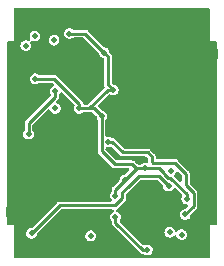
<source format=gbr>
%TF.GenerationSoftware,KiCad,Pcbnew,6.0.7-f9a2dced07~116~ubuntu20.04.1*%
%TF.CreationDate,2022-09-18T16:57:55+02:00*%
%TF.ProjectId,SRRReceiver,53525252-6563-4656-9976-65722e6b6963,rev?*%
%TF.SameCoordinates,Original*%
%TF.FileFunction,Copper,L3,Inr*%
%TF.FilePolarity,Positive*%
%FSLAX46Y46*%
G04 Gerber Fmt 4.6, Leading zero omitted, Abs format (unit mm)*
G04 Created by KiCad (PCBNEW 6.0.7-f9a2dced07~116~ubuntu20.04.1) date 2022-09-18 16:57:55*
%MOMM*%
%LPD*%
G01*
G04 APERTURE LIST*
%TA.AperFunction,ComponentPad*%
%ADD10R,0.500000X0.900000*%
%TD*%
%TA.AperFunction,ViaPad*%
%ADD11C,0.500000*%
%TD*%
%TA.AperFunction,Conductor*%
%ADD12C,0.250000*%
%TD*%
G04 APERTURE END LIST*
D10*
%TO.N,GND*%
%TO.C,AE2*%
X133000000Y-82550000D03*
%TD*%
%TO.N,GND*%
%TO.C,AE1*%
X115600000Y-95900000D03*
%TD*%
D11*
%TO.N,GND*%
X130300000Y-79250000D03*
X120300000Y-83300000D03*
X130300000Y-99300000D03*
X127100000Y-96000000D03*
X130250000Y-80400000D03*
X116500000Y-98400000D03*
X128700000Y-85700000D03*
X126850000Y-80350000D03*
X116400000Y-92600000D03*
X118874500Y-98600000D03*
X131932578Y-87123938D03*
X125100000Y-79200000D03*
X124200000Y-90700000D03*
X128750000Y-81250000D03*
X116600000Y-79200000D03*
X126300000Y-79200000D03*
X117800000Y-92000000D03*
X116400000Y-91500000D03*
X116075500Y-82700000D03*
X131800000Y-94600000D03*
X121150000Y-83300000D03*
X125650000Y-85350000D03*
X127700000Y-79200000D03*
X118000000Y-79200000D03*
X119900000Y-79200000D03*
X116500000Y-97400000D03*
X131600000Y-81500000D03*
X127850000Y-86250000D03*
X121150000Y-84200000D03*
X116600000Y-89000000D03*
X116400000Y-90400000D03*
X129968767Y-92881233D03*
X122500000Y-93900000D03*
X131800000Y-91500000D03*
X128100000Y-96000000D03*
X118600000Y-86200000D03*
X131800000Y-90400000D03*
X131650000Y-79250000D03*
X131100000Y-89300000D03*
X116300000Y-94900000D03*
X131989502Y-86000000D03*
X131650000Y-80400000D03*
X117600000Y-99400000D03*
X116500000Y-99400000D03*
X132000000Y-99200000D03*
X128850000Y-82350000D03*
X116600000Y-80200000D03*
X130900000Y-97400000D03*
X117800000Y-80000000D03*
X122200000Y-79200000D03*
X116200000Y-86850000D03*
X120900000Y-91700000D03*
X120300000Y-84200000D03*
X118750000Y-94100000D03*
X127100000Y-95100000D03*
X130300000Y-91500000D03*
X131600000Y-82550000D03*
X128050000Y-81600000D03*
X132000000Y-98100000D03*
X121700000Y-98800000D03*
X131100000Y-88100000D03*
X129100000Y-79250000D03*
X127750000Y-80350000D03*
X117050000Y-92100000D03*
X123800000Y-79200000D03*
X127100000Y-91450000D03*
X128100000Y-95100000D03*
X120700000Y-93900000D03*
X131100000Y-98600000D03*
X125200000Y-82300000D03*
X121000000Y-79600000D03*
X129100000Y-90400000D03*
X129100000Y-80350000D03*
%TO.N,SPI2_MOSI*%
X129200000Y-97600000D03*
%TO.N,SPI2_NSS*%
X129300000Y-92400000D03*
%TO.N,VDD*%
X124409502Y-85550000D03*
X125400000Y-93200000D03*
X124600000Y-96300000D03*
X123450000Y-87750000D03*
X127300000Y-99100000D03*
X127068951Y-92198355D03*
X117800000Y-84600000D03*
X130635298Y-94764702D03*
X124600000Y-94500000D03*
X121522266Y-87122266D03*
X123637500Y-82387500D03*
X122500000Y-97900000D03*
X120700000Y-80778732D03*
%TO.N,SPI2_SCK*%
X130200000Y-97800000D03*
%TO.N,SPI1_SCK*%
X117775500Y-81000000D03*
%TO.N,SPI1_MISO*%
X117000000Y-81800000D03*
%TO.N,SPI1_NSS*%
X119509436Y-87121902D03*
%TO.N,SPI2_MISO*%
X130500000Y-96100000D03*
X124000000Y-89950000D03*
%TO.N,SPI1_MOSI*%
X119400000Y-81350000D03*
%TO.N,GD0_INT_2*%
X129100000Y-93700000D03*
X117500000Y-97700000D03*
%TO.N,GD0_INT_1*%
X117236803Y-89289456D03*
X119500000Y-85650000D03*
%TD*%
D12*
%TO.N,VDD*%
X128725000Y-92638173D02*
X128725000Y-92625000D01*
X121522266Y-86722266D02*
X119400000Y-84600000D01*
X123950000Y-85090498D02*
X123950000Y-82700000D01*
X123950000Y-82700000D02*
X123637500Y-82387500D01*
X126912501Y-99100000D02*
X124600000Y-96787499D01*
X126000000Y-91850000D02*
X124536827Y-91850000D01*
X128725000Y-92625000D02*
X128298355Y-92198355D01*
X123425000Y-90738173D02*
X123425000Y-87775000D01*
X125400000Y-93200000D02*
X126401645Y-92198355D01*
X124536827Y-91850000D02*
X123425000Y-90738173D01*
X124600000Y-94500000D02*
X124600000Y-94000000D01*
X130635298Y-94764702D02*
X130635298Y-94360937D01*
X126348355Y-92198355D02*
X126000000Y-91850000D01*
X124409502Y-85550000D02*
X123950000Y-85090498D01*
X129061827Y-92975000D02*
X128725000Y-92638173D01*
X123425000Y-87775000D02*
X123450000Y-87750000D01*
X124600000Y-96787499D02*
X124600000Y-96300000D01*
X127300000Y-99100000D02*
X126912501Y-99100000D01*
X122822266Y-87122266D02*
X122377734Y-87122266D01*
X120700000Y-80778732D02*
X122028732Y-80778732D01*
X123950000Y-85550000D02*
X122377734Y-87122266D01*
X122377734Y-87122266D02*
X121522266Y-87122266D01*
X124600000Y-94000000D02*
X125400000Y-93200000D01*
X130635298Y-94360937D02*
X129249361Y-92975000D01*
X126401645Y-92198355D02*
X127068951Y-92198355D01*
X121522266Y-87122266D02*
X121522266Y-86722266D01*
X129249361Y-92975000D02*
X129061827Y-92975000D01*
X122028732Y-80778732D02*
X123637500Y-82387500D01*
X127068951Y-92198355D02*
X126348355Y-92198355D01*
X128298355Y-92198355D02*
X127068951Y-92198355D01*
X119400000Y-84600000D02*
X117800000Y-84600000D01*
X124409502Y-85550000D02*
X123950000Y-85550000D01*
X123450000Y-87750000D02*
X122822266Y-87122266D01*
%TO.N,SPI2_MISO*%
X130550000Y-93639243D02*
X131210298Y-94299541D01*
X124000000Y-89950000D02*
X124300000Y-89950000D01*
X129648355Y-91748355D02*
X130550000Y-92650000D01*
X125200000Y-90850000D02*
X127313173Y-90850000D01*
X131210298Y-94299541D02*
X131210298Y-95389702D01*
X127313173Y-90850000D02*
X127675000Y-91211827D01*
X127675000Y-91675000D02*
X127748355Y-91748355D01*
X127675000Y-91211827D02*
X127675000Y-91675000D01*
X131210298Y-95389702D02*
X130500000Y-96100000D01*
X124300000Y-89950000D02*
X125200000Y-90850000D01*
X130550000Y-92650000D02*
X130550000Y-93639243D01*
X127748355Y-91748355D02*
X129648355Y-91748355D01*
%TO.N,GD0_INT_2*%
X125975000Y-93425000D02*
X125975000Y-93438173D01*
X129100000Y-93649569D02*
X128300431Y-92850000D01*
X125625000Y-93775000D02*
X125175000Y-94225000D01*
X119861827Y-95338173D02*
X117500000Y-97700000D01*
X128300431Y-92850000D02*
X126550000Y-92850000D01*
X125175000Y-94738173D02*
X124575000Y-95338173D01*
X129100000Y-93700000D02*
X129100000Y-93649569D01*
X125638173Y-93775000D02*
X125625000Y-93775000D01*
X124575000Y-95338173D02*
X119861827Y-95338173D01*
X125975000Y-93438173D02*
X125638173Y-93775000D01*
X125175000Y-94225000D02*
X125175000Y-94738173D01*
X126550000Y-92850000D02*
X125975000Y-93425000D01*
%TO.N,GD0_INT_1*%
X117236803Y-88376370D02*
X119500000Y-86113173D01*
X119500000Y-86113173D02*
X119500000Y-85650000D01*
X117236803Y-89289456D02*
X117236803Y-88376370D01*
%TD*%
%TA.AperFunction,Conductor*%
%TO.N,GND*%
G36*
X132541121Y-78621002D02*
G01*
X132587614Y-78674658D01*
X132599000Y-78727000D01*
X132599000Y-81399802D01*
X132598918Y-81400000D01*
X132599000Y-81400198D01*
X132599235Y-81400765D01*
X132600000Y-81401082D01*
X132600198Y-81401000D01*
X133074000Y-81401000D01*
X133142121Y-81421002D01*
X133188614Y-81474658D01*
X133200000Y-81527000D01*
X133200000Y-96873000D01*
X133179998Y-96941121D01*
X133126342Y-96987614D01*
X133074000Y-96999000D01*
X132600198Y-96999000D01*
X132600000Y-96998918D01*
X132599802Y-96999000D01*
X132599235Y-96999235D01*
X132598918Y-97000000D01*
X132599000Y-97000198D01*
X132599000Y-99673000D01*
X132578998Y-99741121D01*
X132525342Y-99787614D01*
X132473000Y-99799000D01*
X127390153Y-99799000D01*
X127322032Y-99778998D01*
X127301443Y-99755237D01*
X127291797Y-99769676D01*
X127226702Y-99798017D01*
X127210990Y-99799000D01*
X116127000Y-99799000D01*
X116058879Y-99778998D01*
X116012386Y-99725342D01*
X116001000Y-99673000D01*
X116001000Y-97000198D01*
X116001082Y-97000000D01*
X116000765Y-96999235D01*
X116000198Y-96999000D01*
X116000000Y-96998918D01*
X115999802Y-96999000D01*
X115526000Y-96999000D01*
X115457879Y-96978998D01*
X115411386Y-96925342D01*
X115400000Y-96873000D01*
X115400000Y-89283896D01*
X116781704Y-89283896D01*
X116782868Y-89292798D01*
X116782868Y-89292801D01*
X116797271Y-89402945D01*
X116797272Y-89402949D01*
X116798436Y-89411850D01*
X116802053Y-89420070D01*
X116837903Y-89501545D01*
X116850408Y-89529966D01*
X116933442Y-89628747D01*
X116940919Y-89633724D01*
X117007376Y-89677961D01*
X117040863Y-89700252D01*
X117122266Y-89725684D01*
X117148202Y-89733787D01*
X117164036Y-89738734D01*
X117173006Y-89738898D01*
X117173010Y-89738899D01*
X117231745Y-89739975D01*
X117293058Y-89741099D01*
X117355308Y-89724128D01*
X117408895Y-89709518D01*
X117408896Y-89709518D01*
X117417558Y-89707156D01*
X117425208Y-89702459D01*
X117425210Y-89702458D01*
X117519875Y-89644334D01*
X117519878Y-89644331D01*
X117527527Y-89639635D01*
X117533553Y-89632978D01*
X117608103Y-89550617D01*
X117608106Y-89550613D01*
X117614125Y-89543963D01*
X117670391Y-89427831D01*
X117691800Y-89300576D01*
X117691936Y-89289456D01*
X117673642Y-89161715D01*
X117620231Y-89044244D01*
X117614372Y-89037445D01*
X117614370Y-89037441D01*
X117592850Y-89012467D01*
X117563536Y-88947805D01*
X117562303Y-88930219D01*
X117562303Y-88563386D01*
X117582305Y-88495265D01*
X117599208Y-88474291D01*
X118866922Y-87206577D01*
X118929234Y-87172551D01*
X119000049Y-87177616D01*
X119056885Y-87220163D01*
X119071346Y-87244926D01*
X119113937Y-87341721D01*
X119123041Y-87362412D01*
X119128818Y-87369285D01*
X119128819Y-87369286D01*
X119197952Y-87451530D01*
X119206075Y-87461193D01*
X119313496Y-87532698D01*
X119436669Y-87571180D01*
X119445639Y-87571344D01*
X119445643Y-87571345D01*
X119504378Y-87572421D01*
X119565691Y-87573545D01*
X119627941Y-87556573D01*
X119681528Y-87541964D01*
X119681529Y-87541964D01*
X119690191Y-87539602D01*
X119697841Y-87534905D01*
X119697843Y-87534904D01*
X119792508Y-87476780D01*
X119792511Y-87476777D01*
X119800160Y-87472081D01*
X119809686Y-87461557D01*
X119880736Y-87383063D01*
X119880739Y-87383059D01*
X119886758Y-87376409D01*
X119943024Y-87260277D01*
X119945652Y-87244660D01*
X119963626Y-87137819D01*
X119964433Y-87133022D01*
X119964569Y-87121902D01*
X119946275Y-86994161D01*
X119915640Y-86926783D01*
X119896581Y-86884864D01*
X119896579Y-86884861D01*
X119892864Y-86876690D01*
X119867061Y-86846744D01*
X119814487Y-86785728D01*
X119814485Y-86785726D01*
X119808629Y-86778930D01*
X119700342Y-86708743D01*
X119691747Y-86706173D01*
X119691746Y-86706172D01*
X119644316Y-86691987D01*
X119584782Y-86653304D01*
X119555613Y-86588577D01*
X119566069Y-86518354D01*
X119591324Y-86482175D01*
X119716215Y-86357284D01*
X119724319Y-86349857D01*
X119744749Y-86332714D01*
X119753194Y-86325628D01*
X119758707Y-86316079D01*
X119772039Y-86292988D01*
X119777945Y-86283717D01*
X119793230Y-86261888D01*
X119799554Y-86252857D01*
X119802408Y-86242207D01*
X119803885Y-86239039D01*
X119805077Y-86235763D01*
X119810588Y-86226218D01*
X119817130Y-86189115D01*
X119819509Y-86178383D01*
X119826410Y-86152629D01*
X119829264Y-86141980D01*
X119825980Y-86104445D01*
X119825500Y-86093463D01*
X119825500Y-86010315D01*
X119845502Y-85942194D01*
X119858080Y-85925765D01*
X119877322Y-85904507D01*
X119919821Y-85816790D01*
X119967524Y-85764207D01*
X120036082Y-85745762D01*
X120103730Y-85767310D01*
X120122307Y-85782633D01*
X120623390Y-86283717D01*
X121101731Y-86762058D01*
X121135757Y-86824370D01*
X121130692Y-86895186D01*
X121126694Y-86904695D01*
X121087020Y-86989198D01*
X121085640Y-86998064D01*
X121068548Y-87107833D01*
X121068548Y-87107837D01*
X121067167Y-87116706D01*
X121068331Y-87125608D01*
X121068331Y-87125611D01*
X121082734Y-87235755D01*
X121082735Y-87235759D01*
X121083899Y-87244660D01*
X121135871Y-87362776D01*
X121141648Y-87369649D01*
X121141649Y-87369650D01*
X121178783Y-87413826D01*
X121218905Y-87461557D01*
X121326326Y-87533062D01*
X121449499Y-87571544D01*
X121458469Y-87571708D01*
X121458473Y-87571709D01*
X121517208Y-87572785D01*
X121578521Y-87573909D01*
X121640771Y-87556937D01*
X121694358Y-87542328D01*
X121694359Y-87542328D01*
X121703021Y-87539966D01*
X121710671Y-87535269D01*
X121710673Y-87535268D01*
X121793078Y-87484671D01*
X121812990Y-87472445D01*
X121813593Y-87473427D01*
X121870913Y-87448698D01*
X121886210Y-87447766D01*
X122358024Y-87447766D01*
X122369006Y-87448246D01*
X122395553Y-87450569D01*
X122395555Y-87450569D01*
X122406541Y-87451530D01*
X122417194Y-87448675D01*
X122422113Y-87448245D01*
X122433095Y-87447766D01*
X122635250Y-87447766D01*
X122703371Y-87467768D01*
X122724345Y-87484671D01*
X122966237Y-87726563D01*
X123000263Y-87788875D01*
X123002077Y-87799314D01*
X123011633Y-87872394D01*
X123063605Y-87990510D01*
X123069380Y-87997380D01*
X123069383Y-87997385D01*
X123069948Y-87998057D01*
X123070298Y-87998855D01*
X123074126Y-88005005D01*
X123073239Y-88005557D01*
X123098472Y-88063071D01*
X123099500Y-88079135D01*
X123099500Y-90718463D01*
X123099020Y-90729445D01*
X123095736Y-90766980D01*
X123098590Y-90777629D01*
X123105491Y-90803383D01*
X123107870Y-90814115D01*
X123114412Y-90851218D01*
X123119923Y-90860763D01*
X123121115Y-90864039D01*
X123122592Y-90867207D01*
X123125446Y-90877857D01*
X123131770Y-90886888D01*
X123147055Y-90908717D01*
X123152961Y-90917988D01*
X123166293Y-90941079D01*
X123171806Y-90950628D01*
X123180251Y-90957714D01*
X123200682Y-90974858D01*
X123208785Y-90982284D01*
X124292716Y-92066215D01*
X124300143Y-92074319D01*
X124324372Y-92103194D01*
X124333921Y-92108707D01*
X124357012Y-92122039D01*
X124366283Y-92127945D01*
X124397143Y-92149554D01*
X124407793Y-92152408D01*
X124410961Y-92153885D01*
X124414237Y-92155077D01*
X124423782Y-92160588D01*
X124457526Y-92166538D01*
X124460885Y-92167130D01*
X124471612Y-92169508D01*
X124508020Y-92179264D01*
X124518996Y-92178304D01*
X124518999Y-92178304D01*
X124545570Y-92175979D01*
X124556551Y-92175500D01*
X125659984Y-92175500D01*
X125728105Y-92195502D01*
X125774598Y-92249158D01*
X125784702Y-92319432D01*
X125755208Y-92384012D01*
X125749079Y-92390595D01*
X125427404Y-92712270D01*
X125365092Y-92746296D01*
X125355410Y-92748009D01*
X125347207Y-92749133D01*
X125338231Y-92749078D01*
X125309162Y-92757386D01*
X125222786Y-92782072D01*
X125222784Y-92782073D01*
X125214155Y-92784539D01*
X125105019Y-92853399D01*
X125019596Y-92950122D01*
X124964754Y-93066932D01*
X124963374Y-93075798D01*
X124951166Y-93154203D01*
X124920922Y-93218435D01*
X124915761Y-93223913D01*
X124383785Y-93755889D01*
X124375681Y-93763316D01*
X124346806Y-93787545D01*
X124341293Y-93797094D01*
X124327961Y-93820185D01*
X124322055Y-93829456D01*
X124300446Y-93860316D01*
X124297592Y-93870966D01*
X124296115Y-93874134D01*
X124294923Y-93877410D01*
X124289412Y-93886955D01*
X124283983Y-93917744D01*
X124282870Y-93924058D01*
X124280492Y-93934785D01*
X124270736Y-93971193D01*
X124271697Y-93982178D01*
X124271697Y-93982180D01*
X124274020Y-94008728D01*
X124274500Y-94019710D01*
X124274500Y-94140281D01*
X124254498Y-94208402D01*
X124242942Y-94223688D01*
X124219596Y-94250122D01*
X124215782Y-94258245D01*
X124215781Y-94258247D01*
X124204763Y-94281716D01*
X124164754Y-94366932D01*
X124155626Y-94425558D01*
X124146282Y-94485567D01*
X124146282Y-94485571D01*
X124144901Y-94494440D01*
X124146065Y-94503342D01*
X124146065Y-94503345D01*
X124160468Y-94613489D01*
X124160469Y-94613493D01*
X124161633Y-94622394D01*
X124213605Y-94740510D01*
X124219382Y-94747383D01*
X124219383Y-94747384D01*
X124268317Y-94805598D01*
X124296838Y-94870613D01*
X124285682Y-94940728D01*
X124238390Y-94993680D01*
X124171866Y-95012673D01*
X119881537Y-95012673D01*
X119870555Y-95012193D01*
X119844007Y-95009870D01*
X119844005Y-95009870D01*
X119833020Y-95008909D01*
X119796612Y-95018665D01*
X119785885Y-95021043D01*
X119782526Y-95021635D01*
X119748782Y-95027585D01*
X119739237Y-95033096D01*
X119735961Y-95034288D01*
X119732793Y-95035765D01*
X119722143Y-95038619D01*
X119713112Y-95044943D01*
X119691283Y-95060228D01*
X119682012Y-95066134D01*
X119658921Y-95079466D01*
X119649372Y-95084979D01*
X119642286Y-95093424D01*
X119625142Y-95113855D01*
X119617716Y-95121958D01*
X117527404Y-97212270D01*
X117465092Y-97246296D01*
X117455410Y-97248009D01*
X117447207Y-97249133D01*
X117438231Y-97249078D01*
X117386629Y-97263826D01*
X117322786Y-97282072D01*
X117322784Y-97282073D01*
X117314155Y-97284539D01*
X117306565Y-97289328D01*
X117213600Y-97347985D01*
X117205019Y-97353399D01*
X117199076Y-97360128D01*
X117199075Y-97360129D01*
X117171174Y-97391721D01*
X117119596Y-97450122D01*
X117115782Y-97458245D01*
X117115781Y-97458247D01*
X117101189Y-97489328D01*
X117064754Y-97566932D01*
X117057874Y-97611120D01*
X117046282Y-97685567D01*
X117046282Y-97685571D01*
X117044901Y-97694440D01*
X117046065Y-97703342D01*
X117046065Y-97703345D01*
X117060468Y-97813489D01*
X117060469Y-97813493D01*
X117061633Y-97822394D01*
X117113605Y-97940510D01*
X117119382Y-97947383D01*
X117119383Y-97947384D01*
X117188431Y-98029526D01*
X117196639Y-98039291D01*
X117304060Y-98110796D01*
X117372858Y-98132290D01*
X117418124Y-98146432D01*
X117427233Y-98149278D01*
X117436203Y-98149442D01*
X117436207Y-98149443D01*
X117494942Y-98150519D01*
X117556255Y-98151643D01*
X117627240Y-98132290D01*
X117672092Y-98120062D01*
X117672093Y-98120062D01*
X117680755Y-98117700D01*
X117688405Y-98113003D01*
X117688407Y-98113002D01*
X117783072Y-98054878D01*
X117783075Y-98054875D01*
X117790724Y-98050179D01*
X117799476Y-98040510D01*
X117871300Y-97961161D01*
X117871303Y-97961157D01*
X117877322Y-97954507D01*
X117906424Y-97894440D01*
X122044901Y-97894440D01*
X122046065Y-97903342D01*
X122046065Y-97903345D01*
X122060468Y-98013489D01*
X122060469Y-98013493D01*
X122061633Y-98022394D01*
X122073535Y-98049443D01*
X122101709Y-98113473D01*
X122113605Y-98140510D01*
X122119382Y-98147383D01*
X122119383Y-98147384D01*
X122172686Y-98210796D01*
X122196639Y-98239291D01*
X122304060Y-98310796D01*
X122427233Y-98349278D01*
X122436203Y-98349442D01*
X122436207Y-98349443D01*
X122494942Y-98350519D01*
X122556255Y-98351643D01*
X122618505Y-98334671D01*
X122672092Y-98320062D01*
X122672093Y-98320062D01*
X122680755Y-98317700D01*
X122688405Y-98313003D01*
X122688407Y-98313002D01*
X122783072Y-98254878D01*
X122783075Y-98254875D01*
X122790724Y-98250179D01*
X122796750Y-98243522D01*
X122871300Y-98161161D01*
X122871303Y-98161157D01*
X122877322Y-98154507D01*
X122933588Y-98038375D01*
X122937067Y-98017700D01*
X122954190Y-97915917D01*
X122954997Y-97911120D01*
X122955133Y-97900000D01*
X122944019Y-97822394D01*
X122938112Y-97781145D01*
X122938111Y-97781142D01*
X122936839Y-97772259D01*
X122901457Y-97694440D01*
X122887145Y-97662962D01*
X122887143Y-97662959D01*
X122883428Y-97654788D01*
X122857625Y-97624842D01*
X122805051Y-97563826D01*
X122805049Y-97563824D01*
X122799193Y-97557028D01*
X122690906Y-97486841D01*
X122682311Y-97484271D01*
X122682310Y-97484270D01*
X122575874Y-97452438D01*
X122575872Y-97452438D01*
X122567273Y-97449866D01*
X122558298Y-97449811D01*
X122558297Y-97449811D01*
X122503641Y-97449477D01*
X122438231Y-97449078D01*
X122376193Y-97466808D01*
X122322786Y-97482072D01*
X122322784Y-97482073D01*
X122314155Y-97484539D01*
X122306565Y-97489328D01*
X122213600Y-97547985D01*
X122205019Y-97553399D01*
X122119596Y-97650122D01*
X122115782Y-97658245D01*
X122115781Y-97658247D01*
X122098789Y-97694440D01*
X122064754Y-97766932D01*
X122058849Y-97804859D01*
X122046282Y-97885567D01*
X122046282Y-97885571D01*
X122044901Y-97894440D01*
X117906424Y-97894440D01*
X117933588Y-97838375D01*
X117940980Y-97794440D01*
X117949487Y-97743871D01*
X117984646Y-97675680D01*
X119959748Y-95700578D01*
X120022060Y-95666552D01*
X120048843Y-95663673D01*
X124328382Y-95663673D01*
X124396503Y-95683675D01*
X124442996Y-95737331D01*
X124453100Y-95807605D01*
X124423606Y-95872185D01*
X124395618Y-95896235D01*
X124305019Y-95953399D01*
X124219596Y-96050122D01*
X124215782Y-96058245D01*
X124215781Y-96058247D01*
X124198789Y-96094440D01*
X124164754Y-96166932D01*
X124163374Y-96175798D01*
X124146282Y-96285567D01*
X124146282Y-96285571D01*
X124144901Y-96294440D01*
X124146065Y-96303342D01*
X124146065Y-96303345D01*
X124160468Y-96413489D01*
X124160469Y-96413493D01*
X124161633Y-96422394D01*
X124213605Y-96540510D01*
X124219380Y-96547380D01*
X124219383Y-96547385D01*
X124244950Y-96577800D01*
X124273472Y-96642815D01*
X124274500Y-96658876D01*
X124274500Y-96767789D01*
X124274020Y-96778771D01*
X124270736Y-96816306D01*
X124273590Y-96826955D01*
X124280491Y-96852709D01*
X124282870Y-96863441D01*
X124289412Y-96900544D01*
X124294923Y-96910089D01*
X124296115Y-96913365D01*
X124297592Y-96916533D01*
X124300446Y-96927183D01*
X124306770Y-96936214D01*
X124322055Y-96958043D01*
X124327961Y-96967314D01*
X124334707Y-96978998D01*
X124346806Y-96999954D01*
X124370584Y-97019906D01*
X124375682Y-97024184D01*
X124383785Y-97031610D01*
X126668396Y-99316222D01*
X126675822Y-99324325D01*
X126700046Y-99353194D01*
X126709589Y-99358704D01*
X126709593Y-99358707D01*
X126732680Y-99372036D01*
X126741949Y-99377940D01*
X126772817Y-99399554D01*
X126783465Y-99402407D01*
X126786636Y-99403886D01*
X126789912Y-99405078D01*
X126799456Y-99410588D01*
X126836577Y-99417134D01*
X126847284Y-99419508D01*
X126883694Y-99429263D01*
X126894669Y-99428303D01*
X126894671Y-99428303D01*
X126921232Y-99425979D01*
X126932213Y-99425500D01*
X126937820Y-99425500D01*
X127007639Y-99446613D01*
X127104060Y-99510796D01*
X127227233Y-99549278D01*
X127232720Y-99549379D01*
X127295182Y-99579257D01*
X127300108Y-99587230D01*
X127357011Y-99551437D01*
X127472092Y-99520062D01*
X127472093Y-99520062D01*
X127480755Y-99517700D01*
X127488405Y-99513003D01*
X127488407Y-99513002D01*
X127583072Y-99454878D01*
X127583075Y-99454875D01*
X127590724Y-99450179D01*
X127596750Y-99443522D01*
X127671300Y-99361161D01*
X127671303Y-99361157D01*
X127677322Y-99354507D01*
X127733588Y-99238375D01*
X127754997Y-99111120D01*
X127755133Y-99100000D01*
X127736839Y-98972259D01*
X127683428Y-98854788D01*
X127599193Y-98757028D01*
X127490906Y-98686841D01*
X127482311Y-98684271D01*
X127482310Y-98684270D01*
X127375874Y-98652438D01*
X127375872Y-98652438D01*
X127367273Y-98649866D01*
X127358298Y-98649811D01*
X127358297Y-98649811D01*
X127303641Y-98649477D01*
X127238231Y-98649078D01*
X127114155Y-98684539D01*
X127106566Y-98689327D01*
X127106562Y-98689329D01*
X127103159Y-98691476D01*
X127099321Y-98692568D01*
X127098369Y-98692994D01*
X127098307Y-98692857D01*
X127034873Y-98710907D01*
X126966922Y-98690334D01*
X126946834Y-98674006D01*
X125867267Y-97594440D01*
X128744901Y-97594440D01*
X128746065Y-97603342D01*
X128746065Y-97603345D01*
X128760468Y-97713489D01*
X128760469Y-97713493D01*
X128761633Y-97722394D01*
X128765250Y-97730614D01*
X128801716Y-97813489D01*
X128813605Y-97840510D01*
X128819382Y-97847383D01*
X128819383Y-97847384D01*
X128882879Y-97922922D01*
X128896639Y-97939291D01*
X129004060Y-98010796D01*
X129072858Y-98032290D01*
X129118124Y-98046432D01*
X129127233Y-98049278D01*
X129136203Y-98049442D01*
X129136207Y-98049443D01*
X129194942Y-98050519D01*
X129256255Y-98051643D01*
X129363538Y-98022394D01*
X129372092Y-98020062D01*
X129372093Y-98020062D01*
X129380755Y-98017700D01*
X129388405Y-98013003D01*
X129388407Y-98013002D01*
X129483072Y-97954878D01*
X129483075Y-97954875D01*
X129490724Y-97950179D01*
X129551379Y-97883168D01*
X129611920Y-97846089D01*
X129682900Y-97847626D01*
X129741781Y-97887294D01*
X129760434Y-97922922D01*
X129761633Y-97922394D01*
X129801716Y-98013489D01*
X129813605Y-98040510D01*
X129819382Y-98047383D01*
X129819383Y-98047384D01*
X129872686Y-98110796D01*
X129896639Y-98139291D01*
X130004060Y-98210796D01*
X130127233Y-98249278D01*
X130136203Y-98249442D01*
X130136207Y-98249443D01*
X130194942Y-98250519D01*
X130256255Y-98251643D01*
X130326782Y-98232415D01*
X130372092Y-98220062D01*
X130372093Y-98220062D01*
X130380755Y-98217700D01*
X130388405Y-98213003D01*
X130388407Y-98213002D01*
X130483072Y-98154878D01*
X130483075Y-98154875D01*
X130490724Y-98150179D01*
X130499476Y-98140510D01*
X130571300Y-98061161D01*
X130571303Y-98061157D01*
X130577322Y-98054507D01*
X130633588Y-97938375D01*
X130637367Y-97915917D01*
X130654190Y-97815917D01*
X130654997Y-97811120D01*
X130655133Y-97800000D01*
X130642744Y-97713489D01*
X130638112Y-97681145D01*
X130638111Y-97681142D01*
X130636839Y-97672259D01*
X130630468Y-97658247D01*
X130587145Y-97562962D01*
X130587143Y-97562959D01*
X130583428Y-97554788D01*
X130548529Y-97514286D01*
X130505051Y-97463826D01*
X130505049Y-97463824D01*
X130499193Y-97457028D01*
X130390906Y-97386841D01*
X130382311Y-97384271D01*
X130382310Y-97384270D01*
X130275874Y-97352438D01*
X130275872Y-97352438D01*
X130267273Y-97349866D01*
X130258298Y-97349811D01*
X130258297Y-97349811D01*
X130203641Y-97349477D01*
X130138231Y-97349078D01*
X130089652Y-97362962D01*
X130022786Y-97382072D01*
X130022784Y-97382073D01*
X130014155Y-97384539D01*
X129905019Y-97453399D01*
X129885237Y-97475798D01*
X129849656Y-97516085D01*
X129789570Y-97553903D01*
X129718576Y-97553232D01*
X129659215Y-97514286D01*
X129636942Y-97472978D01*
X129636839Y-97472259D01*
X129603985Y-97400000D01*
X129587145Y-97362962D01*
X129587143Y-97362959D01*
X129583428Y-97354788D01*
X129557625Y-97324842D01*
X129505051Y-97263826D01*
X129505049Y-97263824D01*
X129499193Y-97257028D01*
X129390906Y-97186841D01*
X129382311Y-97184271D01*
X129382310Y-97184270D01*
X129275874Y-97152438D01*
X129275872Y-97152438D01*
X129267273Y-97149866D01*
X129258298Y-97149811D01*
X129258297Y-97149811D01*
X129203641Y-97149477D01*
X129138231Y-97149078D01*
X129126475Y-97152438D01*
X129022786Y-97182072D01*
X129022784Y-97182073D01*
X129014155Y-97184539D01*
X129006565Y-97189328D01*
X128913562Y-97248009D01*
X128905019Y-97253399D01*
X128899076Y-97260128D01*
X128899075Y-97260129D01*
X128831351Y-97336812D01*
X128819596Y-97350122D01*
X128815782Y-97358245D01*
X128815781Y-97358247D01*
X128801189Y-97389328D01*
X128764754Y-97466932D01*
X128757381Y-97514286D01*
X128746282Y-97585567D01*
X128746282Y-97585571D01*
X128744901Y-97594440D01*
X125867267Y-97594440D01*
X124989433Y-96716606D01*
X124955408Y-96654294D01*
X124960472Y-96583479D01*
X124972822Y-96559479D01*
X124977322Y-96554507D01*
X125033588Y-96438375D01*
X125054997Y-96311120D01*
X125055133Y-96300000D01*
X125036839Y-96172259D01*
X125001457Y-96094440D01*
X124987145Y-96062962D01*
X124987143Y-96062959D01*
X124983428Y-96054788D01*
X124957625Y-96024842D01*
X124905051Y-95963826D01*
X124905049Y-95963824D01*
X124899193Y-95957028D01*
X124790906Y-95886841D01*
X124782311Y-95884271D01*
X124782310Y-95884270D01*
X124733598Y-95869702D01*
X124674065Y-95831020D01*
X124644895Y-95766293D01*
X124655351Y-95696070D01*
X124702111Y-95642648D01*
X124707654Y-95639611D01*
X124714684Y-95637727D01*
X124745544Y-95616118D01*
X124754815Y-95610212D01*
X124777906Y-95596880D01*
X124787455Y-95591367D01*
X124811685Y-95562490D01*
X124819111Y-95554388D01*
X125391215Y-94982284D01*
X125399319Y-94974857D01*
X125419749Y-94957714D01*
X125428194Y-94950628D01*
X125433910Y-94940728D01*
X125447039Y-94917988D01*
X125452945Y-94908717D01*
X125474554Y-94877857D01*
X125477408Y-94867206D01*
X125478888Y-94864033D01*
X125480079Y-94860761D01*
X125485588Y-94851218D01*
X125492134Y-94814097D01*
X125494508Y-94803390D01*
X125504263Y-94766980D01*
X125500979Y-94729442D01*
X125500500Y-94718461D01*
X125500500Y-94412016D01*
X125520502Y-94343895D01*
X125537405Y-94322921D01*
X125795135Y-94065191D01*
X125821231Y-94045166D01*
X125841081Y-94033706D01*
X125841082Y-94033705D01*
X125850628Y-94028194D01*
X125874852Y-93999325D01*
X125882279Y-93991220D01*
X126191228Y-93682272D01*
X126199332Y-93674846D01*
X126219750Y-93657713D01*
X126228194Y-93650628D01*
X126245169Y-93621227D01*
X126265193Y-93595133D01*
X126647921Y-93212405D01*
X126710233Y-93178379D01*
X126737016Y-93175500D01*
X128113414Y-93175500D01*
X128181535Y-93195502D01*
X128202510Y-93212405D01*
X128609094Y-93618990D01*
X128643119Y-93681302D01*
X128644456Y-93694498D01*
X128644901Y-93694440D01*
X128660468Y-93813489D01*
X128660469Y-93813493D01*
X128661633Y-93822394D01*
X128665250Y-93830614D01*
X128708750Y-93929475D01*
X128713605Y-93940510D01*
X128719382Y-93947383D01*
X128719383Y-93947384D01*
X128780179Y-94019710D01*
X128796639Y-94039291D01*
X128904060Y-94110796D01*
X129027233Y-94149278D01*
X129036203Y-94149442D01*
X129036207Y-94149443D01*
X129094942Y-94150519D01*
X129156255Y-94151643D01*
X129239330Y-94128994D01*
X129272092Y-94120062D01*
X129272093Y-94120062D01*
X129280755Y-94117700D01*
X129288405Y-94113003D01*
X129288407Y-94113002D01*
X129383072Y-94054878D01*
X129383075Y-94054875D01*
X129390724Y-94050179D01*
X129396750Y-94043522D01*
X129471300Y-93961161D01*
X129471303Y-93961157D01*
X129477322Y-93954507D01*
X129495134Y-93917742D01*
X129542835Y-93865160D01*
X129611393Y-93846714D01*
X129679041Y-93868261D01*
X129697621Y-93883586D01*
X130215966Y-94401931D01*
X130249992Y-94464243D01*
X130244927Y-94535058D01*
X130240926Y-94544575D01*
X130200052Y-94631634D01*
X130198672Y-94640500D01*
X130181580Y-94750269D01*
X130181580Y-94750273D01*
X130180199Y-94759142D01*
X130181363Y-94768044D01*
X130181363Y-94768047D01*
X130195766Y-94878191D01*
X130195767Y-94878195D01*
X130196931Y-94887096D01*
X130207359Y-94910796D01*
X130235547Y-94974857D01*
X130248903Y-95005212D01*
X130254680Y-95012085D01*
X130254681Y-95012086D01*
X130276984Y-95038619D01*
X130331937Y-95103993D01*
X130439358Y-95175498D01*
X130562531Y-95213980D01*
X130622732Y-95215083D01*
X130690473Y-95236330D01*
X130735975Y-95290828D01*
X130744790Y-95361275D01*
X130709517Y-95430157D01*
X130527404Y-95612270D01*
X130465092Y-95646296D01*
X130455410Y-95648009D01*
X130447207Y-95649133D01*
X130438231Y-95649078D01*
X130413109Y-95656258D01*
X130322786Y-95682072D01*
X130322784Y-95682073D01*
X130314155Y-95684539D01*
X130205019Y-95753399D01*
X130119596Y-95850122D01*
X130115782Y-95858245D01*
X130115781Y-95858247D01*
X130100065Y-95891721D01*
X130064754Y-95966932D01*
X130063374Y-95975798D01*
X130046282Y-96085567D01*
X130046282Y-96085571D01*
X130044901Y-96094440D01*
X130046065Y-96103342D01*
X130046065Y-96103345D01*
X130060468Y-96213489D01*
X130060469Y-96213493D01*
X130061633Y-96222394D01*
X130113605Y-96340510D01*
X130119382Y-96347383D01*
X130119383Y-96347384D01*
X130188431Y-96429526D01*
X130196639Y-96439291D01*
X130304060Y-96510796D01*
X130392938Y-96538564D01*
X130418114Y-96546429D01*
X130427233Y-96549278D01*
X130436203Y-96549442D01*
X130436207Y-96549443D01*
X130494942Y-96550519D01*
X130556255Y-96551643D01*
X130627233Y-96532292D01*
X130672092Y-96520062D01*
X130672093Y-96520062D01*
X130680755Y-96517700D01*
X130688405Y-96513003D01*
X130688407Y-96513002D01*
X130783072Y-96454878D01*
X130783075Y-96454875D01*
X130790724Y-96450179D01*
X130796750Y-96443522D01*
X130871300Y-96361161D01*
X130871303Y-96361157D01*
X130877322Y-96354507D01*
X130933588Y-96238375D01*
X130949487Y-96143871D01*
X130984646Y-96075680D01*
X131426513Y-95633813D01*
X131434617Y-95626386D01*
X131455047Y-95609243D01*
X131463492Y-95602157D01*
X131469005Y-95592608D01*
X131482337Y-95569517D01*
X131488243Y-95560246D01*
X131503528Y-95538417D01*
X131509852Y-95529386D01*
X131512706Y-95518736D01*
X131514183Y-95515568D01*
X131515375Y-95512292D01*
X131520886Y-95502747D01*
X131527428Y-95465644D01*
X131529807Y-95454912D01*
X131539562Y-95418509D01*
X131536278Y-95380974D01*
X131535798Y-95369992D01*
X131535798Y-94319251D01*
X131536278Y-94308269D01*
X131538601Y-94281716D01*
X131538601Y-94281711D01*
X131539561Y-94270734D01*
X131529810Y-94234344D01*
X131527430Y-94223610D01*
X131522800Y-94197353D01*
X131520886Y-94186496D01*
X131515374Y-94176948D01*
X131514181Y-94173671D01*
X131512704Y-94170503D01*
X131509851Y-94159857D01*
X131488240Y-94128993D01*
X131482336Y-94119725D01*
X131481167Y-94117700D01*
X131463492Y-94087086D01*
X131434628Y-94062866D01*
X131426525Y-94055441D01*
X131184573Y-93813489D01*
X130912405Y-93541322D01*
X130878380Y-93479009D01*
X130875500Y-93452226D01*
X130875500Y-92669710D01*
X130875980Y-92658728D01*
X130878303Y-92632180D01*
X130878303Y-92632178D01*
X130879264Y-92621193D01*
X130869508Y-92584785D01*
X130867130Y-92574058D01*
X130866538Y-92570699D01*
X130860588Y-92536955D01*
X130855077Y-92527410D01*
X130853885Y-92524134D01*
X130852408Y-92520966D01*
X130849554Y-92510316D01*
X130827945Y-92479456D01*
X130822039Y-92470185D01*
X130808707Y-92447094D01*
X130803194Y-92437545D01*
X130774317Y-92413315D01*
X130766215Y-92405889D01*
X129892466Y-91532140D01*
X129885039Y-91524036D01*
X129879596Y-91517550D01*
X129860810Y-91495161D01*
X129847705Y-91487595D01*
X129828170Y-91476316D01*
X129818899Y-91470410D01*
X129797070Y-91455125D01*
X129788039Y-91448801D01*
X129777389Y-91445947D01*
X129774221Y-91444470D01*
X129770945Y-91443278D01*
X129761400Y-91437767D01*
X129727656Y-91431817D01*
X129724297Y-91431225D01*
X129713570Y-91428847D01*
X129677162Y-91419091D01*
X129666177Y-91420052D01*
X129666175Y-91420052D01*
X129639627Y-91422375D01*
X129628645Y-91422855D01*
X128126500Y-91422855D01*
X128058379Y-91402853D01*
X128011886Y-91349197D01*
X128000500Y-91296855D01*
X128000500Y-91231537D01*
X128000980Y-91220555D01*
X128003303Y-91194007D01*
X128003303Y-91194005D01*
X128004264Y-91183020D01*
X127994508Y-91146612D01*
X127992130Y-91135885D01*
X127989688Y-91122036D01*
X127985588Y-91098782D01*
X127980077Y-91089237D01*
X127978885Y-91085961D01*
X127977408Y-91082793D01*
X127974554Y-91072143D01*
X127952945Y-91041283D01*
X127947039Y-91032012D01*
X127933707Y-91008921D01*
X127928194Y-90999372D01*
X127899317Y-90975142D01*
X127891215Y-90967716D01*
X127557284Y-90633785D01*
X127549857Y-90625681D01*
X127532714Y-90605251D01*
X127532715Y-90605251D01*
X127525628Y-90596806D01*
X127516079Y-90591293D01*
X127492988Y-90577961D01*
X127483717Y-90572055D01*
X127461888Y-90556770D01*
X127452857Y-90550446D01*
X127442207Y-90547592D01*
X127439039Y-90546115D01*
X127435763Y-90544923D01*
X127426218Y-90539412D01*
X127392474Y-90533462D01*
X127389115Y-90532870D01*
X127378388Y-90530492D01*
X127341980Y-90520736D01*
X127330995Y-90521697D01*
X127330993Y-90521697D01*
X127304445Y-90524020D01*
X127293463Y-90524500D01*
X125387017Y-90524500D01*
X125318896Y-90504498D01*
X125297922Y-90487595D01*
X124544114Y-89733787D01*
X124536688Y-89725684D01*
X124519540Y-89705249D01*
X124519539Y-89705248D01*
X124512455Y-89696806D01*
X124502911Y-89691296D01*
X124502910Y-89691295D01*
X124479815Y-89677961D01*
X124470544Y-89672055D01*
X124448715Y-89656770D01*
X124439684Y-89650446D01*
X124429034Y-89647592D01*
X124425866Y-89646115D01*
X124422590Y-89644923D01*
X124413045Y-89639412D01*
X124376554Y-89632978D01*
X124375942Y-89632870D01*
X124365211Y-89630491D01*
X124363822Y-89630119D01*
X124333596Y-89622019D01*
X124297679Y-89606047D01*
X124249319Y-89574702D01*
X124190906Y-89536841D01*
X124182311Y-89534271D01*
X124182310Y-89534270D01*
X124075874Y-89502438D01*
X124075872Y-89502438D01*
X124067273Y-89499866D01*
X124058298Y-89499811D01*
X124058297Y-89499811D01*
X124003641Y-89499477D01*
X123938231Y-89499078D01*
X123911125Y-89506825D01*
X123840130Y-89506313D01*
X123780683Y-89467499D01*
X123751656Y-89402707D01*
X123750500Y-89385676D01*
X123750500Y-88137934D01*
X123770502Y-88069813D01*
X123783078Y-88053388D01*
X123827322Y-88004507D01*
X123883588Y-87888375D01*
X123904997Y-87761120D01*
X123905133Y-87750000D01*
X123886839Y-87622259D01*
X123864856Y-87573909D01*
X123837145Y-87512962D01*
X123837143Y-87512959D01*
X123833428Y-87504788D01*
X123749193Y-87407028D01*
X123640906Y-87336841D01*
X123632311Y-87334271D01*
X123632310Y-87334270D01*
X123525874Y-87302438D01*
X123525872Y-87302438D01*
X123517273Y-87299866D01*
X123508297Y-87299811D01*
X123499417Y-87298484D01*
X123499747Y-87296279D01*
X123443578Y-87279410D01*
X123423254Y-87262928D01*
X123149421Y-86989095D01*
X123115395Y-86926783D01*
X123120460Y-86855968D01*
X123149421Y-86810905D01*
X124012076Y-85948250D01*
X124074388Y-85914224D01*
X124145203Y-85919289D01*
X124170988Y-85932456D01*
X124213562Y-85960796D01*
X124336735Y-85999278D01*
X124345705Y-85999442D01*
X124345709Y-85999443D01*
X124404444Y-86000519D01*
X124465757Y-86001643D01*
X124551205Y-85978347D01*
X124581594Y-85970062D01*
X124581595Y-85970062D01*
X124590257Y-85967700D01*
X124597907Y-85963003D01*
X124597909Y-85963002D01*
X124692574Y-85904878D01*
X124692577Y-85904875D01*
X124700226Y-85900179D01*
X124708978Y-85890510D01*
X124780802Y-85811161D01*
X124780805Y-85811157D01*
X124786824Y-85804507D01*
X124843090Y-85688375D01*
X124847676Y-85661120D01*
X124863692Y-85565917D01*
X124864499Y-85561120D01*
X124864635Y-85550000D01*
X124846341Y-85422259D01*
X124836276Y-85400122D01*
X124796647Y-85312962D01*
X124796645Y-85312959D01*
X124792930Y-85304788D01*
X124728646Y-85230182D01*
X124714553Y-85213826D01*
X124714551Y-85213824D01*
X124708695Y-85207028D01*
X124600408Y-85136841D01*
X124591813Y-85134271D01*
X124591812Y-85134270D01*
X124485376Y-85102438D01*
X124485374Y-85102438D01*
X124476775Y-85099866D01*
X124467799Y-85099811D01*
X124458919Y-85098484D01*
X124459249Y-85096279D01*
X124403080Y-85079410D01*
X124382756Y-85062928D01*
X124312405Y-84992577D01*
X124278379Y-84930265D01*
X124275500Y-84903482D01*
X124275500Y-82719710D01*
X124275980Y-82708728D01*
X124278303Y-82682180D01*
X124278303Y-82682178D01*
X124279264Y-82671193D01*
X124269508Y-82634785D01*
X124267130Y-82624058D01*
X124266377Y-82619790D01*
X124260588Y-82586955D01*
X124255077Y-82577410D01*
X124253885Y-82574134D01*
X124252408Y-82570966D01*
X124249554Y-82560316D01*
X124227945Y-82529456D01*
X124222039Y-82520185D01*
X124208707Y-82497094D01*
X124203194Y-82487545D01*
X124174317Y-82463315D01*
X124166215Y-82455889D01*
X124121446Y-82411120D01*
X124087420Y-82348808D01*
X124085814Y-82339887D01*
X124075612Y-82268645D01*
X124075611Y-82268642D01*
X124074339Y-82259759D01*
X124069574Y-82249278D01*
X124024645Y-82150462D01*
X124024643Y-82150459D01*
X124020928Y-82142288D01*
X123951025Y-82061161D01*
X123942551Y-82051326D01*
X123942549Y-82051324D01*
X123936693Y-82044528D01*
X123828406Y-81974341D01*
X123819811Y-81971771D01*
X123819810Y-81971770D01*
X123713374Y-81939938D01*
X123713372Y-81939938D01*
X123704773Y-81937366D01*
X123695797Y-81937311D01*
X123686917Y-81935984D01*
X123687247Y-81933779D01*
X123631078Y-81916910D01*
X123610754Y-81900428D01*
X122272843Y-80562517D01*
X122265416Y-80554413D01*
X122248273Y-80533983D01*
X122248274Y-80533983D01*
X122241187Y-80525538D01*
X122231638Y-80520025D01*
X122208547Y-80506693D01*
X122199276Y-80500787D01*
X122177447Y-80485502D01*
X122168416Y-80479178D01*
X122157766Y-80476324D01*
X122154598Y-80474847D01*
X122151322Y-80473655D01*
X122141777Y-80468144D01*
X122108033Y-80462194D01*
X122104674Y-80461602D01*
X122093947Y-80459224D01*
X122057539Y-80449468D01*
X122046554Y-80450429D01*
X122046552Y-80450429D01*
X122020004Y-80452752D01*
X122009022Y-80453232D01*
X121063413Y-80453232D01*
X120994882Y-80432965D01*
X120898438Y-80370454D01*
X120898433Y-80370452D01*
X120890906Y-80365573D01*
X120882311Y-80363003D01*
X120882310Y-80363002D01*
X120775874Y-80331170D01*
X120775872Y-80331170D01*
X120767273Y-80328598D01*
X120758298Y-80328543D01*
X120758297Y-80328543D01*
X120703641Y-80328209D01*
X120638231Y-80327810D01*
X120626475Y-80331170D01*
X120522786Y-80360804D01*
X120522784Y-80360805D01*
X120514155Y-80363271D01*
X120405019Y-80432131D01*
X120319596Y-80528854D01*
X120315782Y-80536977D01*
X120315781Y-80536979D01*
X120308523Y-80552438D01*
X120264754Y-80645664D01*
X120255626Y-80704290D01*
X120246282Y-80764299D01*
X120246282Y-80764303D01*
X120244901Y-80773172D01*
X120246065Y-80782074D01*
X120246065Y-80782077D01*
X120260468Y-80892221D01*
X120260469Y-80892225D01*
X120261633Y-80901126D01*
X120276217Y-80934270D01*
X120306084Y-81002148D01*
X120313605Y-81019242D01*
X120396639Y-81118023D01*
X120504060Y-81189528D01*
X120627233Y-81228010D01*
X120636203Y-81228174D01*
X120636207Y-81228175D01*
X120694942Y-81229251D01*
X120756255Y-81230375D01*
X120867668Y-81200000D01*
X120872092Y-81198794D01*
X120872093Y-81198794D01*
X120880755Y-81196432D01*
X120888405Y-81191735D01*
X120888407Y-81191734D01*
X120975310Y-81138375D01*
X120990724Y-81128911D01*
X120991327Y-81129893D01*
X121048647Y-81105164D01*
X121063944Y-81104232D01*
X121841716Y-81104232D01*
X121909837Y-81124234D01*
X121930811Y-81141137D01*
X123153737Y-82364063D01*
X123187763Y-82426375D01*
X123189577Y-82436814D01*
X123199133Y-82509894D01*
X123251105Y-82628010D01*
X123256882Y-82634883D01*
X123256883Y-82634884D01*
X123318955Y-82708728D01*
X123334139Y-82726791D01*
X123441560Y-82798296D01*
X123536075Y-82827825D01*
X123595130Y-82867230D01*
X123623508Y-82932309D01*
X123624500Y-82948091D01*
X123624500Y-85070788D01*
X123624020Y-85081770D01*
X123622558Y-85098484D01*
X123620736Y-85119305D01*
X123625435Y-85136841D01*
X123630491Y-85155708D01*
X123632870Y-85166440D01*
X123639412Y-85203543D01*
X123644923Y-85213088D01*
X123646115Y-85216364D01*
X123647592Y-85219532D01*
X123650446Y-85230182D01*
X123656770Y-85239214D01*
X123661429Y-85249204D01*
X123659658Y-85250030D01*
X123677993Y-85304396D01*
X123660708Y-85373256D01*
X123641187Y-85398487D01*
X122279813Y-86759861D01*
X122217501Y-86793887D01*
X122190718Y-86796766D01*
X121974104Y-86796766D01*
X121905983Y-86776764D01*
X121859490Y-86723108D01*
X121851662Y-86693425D01*
X121851529Y-86693461D01*
X121851529Y-86693459D01*
X121841774Y-86657049D01*
X121839399Y-86646338D01*
X121834767Y-86620072D01*
X121832854Y-86609221D01*
X121827344Y-86599677D01*
X121826152Y-86596401D01*
X121824673Y-86593230D01*
X121821820Y-86582582D01*
X121800206Y-86551714D01*
X121794302Y-86542445D01*
X121780973Y-86519358D01*
X121780970Y-86519354D01*
X121775460Y-86509811D01*
X121746589Y-86485586D01*
X121738484Y-86478158D01*
X119644111Y-84383785D01*
X119636684Y-84375681D01*
X119619541Y-84355251D01*
X119619542Y-84355251D01*
X119612455Y-84346806D01*
X119602906Y-84341293D01*
X119579815Y-84327961D01*
X119570544Y-84322055D01*
X119548715Y-84306770D01*
X119539684Y-84300446D01*
X119529034Y-84297592D01*
X119525866Y-84296115D01*
X119522590Y-84294923D01*
X119513045Y-84289412D01*
X119479301Y-84283462D01*
X119475942Y-84282870D01*
X119465215Y-84280492D01*
X119428807Y-84270736D01*
X119417822Y-84271697D01*
X119417820Y-84271697D01*
X119391272Y-84274020D01*
X119380290Y-84274500D01*
X118163413Y-84274500D01*
X118094882Y-84254233D01*
X117998438Y-84191722D01*
X117998433Y-84191720D01*
X117990906Y-84186841D01*
X117982311Y-84184271D01*
X117982310Y-84184270D01*
X117875874Y-84152438D01*
X117875872Y-84152438D01*
X117867273Y-84149866D01*
X117858298Y-84149811D01*
X117858297Y-84149811D01*
X117803641Y-84149477D01*
X117738231Y-84149078D01*
X117726475Y-84152438D01*
X117622786Y-84182072D01*
X117622784Y-84182073D01*
X117614155Y-84184539D01*
X117505019Y-84253399D01*
X117419596Y-84350122D01*
X117364754Y-84466932D01*
X117363374Y-84475798D01*
X117346282Y-84585567D01*
X117346282Y-84585571D01*
X117344901Y-84594440D01*
X117346065Y-84603342D01*
X117346065Y-84603345D01*
X117360468Y-84713489D01*
X117360469Y-84713493D01*
X117361633Y-84722394D01*
X117413605Y-84840510D01*
X117496639Y-84939291D01*
X117604060Y-85010796D01*
X117727233Y-85049278D01*
X117736203Y-85049442D01*
X117736207Y-85049443D01*
X117794942Y-85050519D01*
X117856255Y-85051643D01*
X117951287Y-85025734D01*
X117972092Y-85020062D01*
X117972093Y-85020062D01*
X117980755Y-85017700D01*
X117988405Y-85013003D01*
X117988407Y-85013002D01*
X118070812Y-84962405D01*
X118090724Y-84950179D01*
X118091327Y-84951161D01*
X118148647Y-84926432D01*
X118163944Y-84925500D01*
X119212983Y-84925500D01*
X119281104Y-84945502D01*
X119302078Y-84962405D01*
X119365407Y-85025734D01*
X119399433Y-85088046D01*
X119394368Y-85158861D01*
X119351821Y-85215697D01*
X119327761Y-85229846D01*
X119322781Y-85232074D01*
X119314155Y-85234539D01*
X119306568Y-85239326D01*
X119213600Y-85297985D01*
X119205019Y-85303399D01*
X119119596Y-85400122D01*
X119115782Y-85408245D01*
X119115781Y-85408247D01*
X119105031Y-85431145D01*
X119064754Y-85516932D01*
X119058849Y-85554859D01*
X119046282Y-85635567D01*
X119046282Y-85635571D01*
X119044901Y-85644440D01*
X119046065Y-85653342D01*
X119046065Y-85653345D01*
X119060468Y-85763489D01*
X119060469Y-85763493D01*
X119061633Y-85772394D01*
X119113605Y-85890510D01*
X119118838Y-85896735D01*
X119137738Y-85964729D01*
X119116752Y-86032553D01*
X119100846Y-86052001D01*
X117020588Y-88132259D01*
X117012484Y-88139686D01*
X116983609Y-88163915D01*
X116978096Y-88173464D01*
X116964764Y-88196555D01*
X116958858Y-88205826D01*
X116937249Y-88236686D01*
X116934395Y-88247336D01*
X116932918Y-88250504D01*
X116931726Y-88253780D01*
X116926215Y-88263325D01*
X116920265Y-88297069D01*
X116919673Y-88300428D01*
X116917295Y-88311155D01*
X116907539Y-88347563D01*
X116908500Y-88358548D01*
X116908500Y-88358550D01*
X116910823Y-88385098D01*
X116911303Y-88396080D01*
X116911303Y-88929737D01*
X116891301Y-88997858D01*
X116879745Y-89013144D01*
X116856399Y-89039578D01*
X116852585Y-89047701D01*
X116852584Y-89047703D01*
X116826597Y-89103054D01*
X116801557Y-89156388D01*
X116800177Y-89165254D01*
X116783085Y-89275023D01*
X116783085Y-89275027D01*
X116781704Y-89283896D01*
X115400000Y-89283896D01*
X115400000Y-81794440D01*
X116544901Y-81794440D01*
X116546065Y-81803342D01*
X116546065Y-81803345D01*
X116560468Y-81913489D01*
X116560469Y-81913493D01*
X116561633Y-81922394D01*
X116613605Y-82040510D01*
X116696639Y-82139291D01*
X116804060Y-82210796D01*
X116927233Y-82249278D01*
X116936203Y-82249442D01*
X116936207Y-82249443D01*
X116994942Y-82250519D01*
X117056255Y-82251643D01*
X117118505Y-82234671D01*
X117172092Y-82220062D01*
X117172093Y-82220062D01*
X117180755Y-82217700D01*
X117188405Y-82213003D01*
X117188407Y-82213002D01*
X117283072Y-82154878D01*
X117283075Y-82154875D01*
X117290724Y-82150179D01*
X117297867Y-82142288D01*
X117371300Y-82061161D01*
X117371303Y-82061157D01*
X117377322Y-82054507D01*
X117433588Y-81938375D01*
X117454997Y-81811120D01*
X117455133Y-81800000D01*
X117447748Y-81748433D01*
X117438112Y-81681145D01*
X117438111Y-81681142D01*
X117436839Y-81672259D01*
X117433125Y-81664091D01*
X117433124Y-81664087D01*
X117386895Y-81562413D01*
X117376907Y-81492122D01*
X117406508Y-81427590D01*
X117466298Y-81389306D01*
X117537294Y-81389424D01*
X117571410Y-81405371D01*
X117579560Y-81410796D01*
X117702733Y-81449278D01*
X117711703Y-81449442D01*
X117711707Y-81449443D01*
X117770442Y-81450519D01*
X117831755Y-81451643D01*
X117894005Y-81434671D01*
X117947592Y-81420062D01*
X117947593Y-81420062D01*
X117956255Y-81417700D01*
X117963905Y-81413003D01*
X117963907Y-81413002D01*
X118058572Y-81354878D01*
X118058575Y-81354875D01*
X118066224Y-81350179D01*
X118071419Y-81344440D01*
X118944901Y-81344440D01*
X118946065Y-81353342D01*
X118946065Y-81353345D01*
X118960468Y-81463489D01*
X118960469Y-81463493D01*
X118961633Y-81472394D01*
X119013605Y-81590510D01*
X119019382Y-81597383D01*
X119019383Y-81597384D01*
X119090859Y-81682415D01*
X119096639Y-81689291D01*
X119204060Y-81760796D01*
X119283347Y-81785567D01*
X119311748Y-81794440D01*
X119327233Y-81799278D01*
X119336203Y-81799442D01*
X119336207Y-81799443D01*
X119394942Y-81800519D01*
X119456255Y-81801643D01*
X119518505Y-81784671D01*
X119572092Y-81770062D01*
X119572093Y-81770062D01*
X119580755Y-81767700D01*
X119588405Y-81763003D01*
X119588407Y-81763002D01*
X119683072Y-81704878D01*
X119683075Y-81704875D01*
X119690724Y-81700179D01*
X119696750Y-81693522D01*
X119771300Y-81611161D01*
X119771303Y-81611157D01*
X119777322Y-81604507D01*
X119833588Y-81488375D01*
X119838551Y-81458879D01*
X119854190Y-81365917D01*
X119854997Y-81361120D01*
X119855065Y-81355530D01*
X119855074Y-81354859D01*
X119855074Y-81354853D01*
X119855133Y-81350000D01*
X119842410Y-81261161D01*
X119838112Y-81231145D01*
X119838111Y-81231142D01*
X119836839Y-81222259D01*
X119830724Y-81208809D01*
X119787145Y-81112962D01*
X119787143Y-81112959D01*
X119783428Y-81104788D01*
X119757625Y-81074842D01*
X119705051Y-81013826D01*
X119705049Y-81013824D01*
X119699193Y-81007028D01*
X119590906Y-80936841D01*
X119582311Y-80934271D01*
X119582310Y-80934270D01*
X119475874Y-80902438D01*
X119475872Y-80902438D01*
X119467273Y-80899866D01*
X119458298Y-80899811D01*
X119458297Y-80899811D01*
X119403641Y-80899477D01*
X119338231Y-80899078D01*
X119326475Y-80902438D01*
X119222786Y-80932072D01*
X119222784Y-80932073D01*
X119214155Y-80934539D01*
X119105019Y-81003399D01*
X119099076Y-81010128D01*
X119099075Y-81010129D01*
X119098200Y-81011120D01*
X119019596Y-81100122D01*
X119015782Y-81108245D01*
X119015781Y-81108247D01*
X118997845Y-81146450D01*
X118964754Y-81216932D01*
X118962687Y-81230210D01*
X118946282Y-81335567D01*
X118946282Y-81335571D01*
X118944901Y-81344440D01*
X118071419Y-81344440D01*
X118072250Y-81343522D01*
X118146800Y-81261161D01*
X118146803Y-81261157D01*
X118152822Y-81254507D01*
X118209088Y-81138375D01*
X118213364Y-81112962D01*
X118229690Y-81015917D01*
X118230497Y-81011120D01*
X118230633Y-81000000D01*
X118220905Y-80932072D01*
X118213612Y-80881145D01*
X118213611Y-80881142D01*
X118212339Y-80872259D01*
X118167287Y-80773172D01*
X118162645Y-80762962D01*
X118162643Y-80762959D01*
X118158928Y-80754788D01*
X118074693Y-80657028D01*
X117966406Y-80586841D01*
X117957811Y-80584271D01*
X117957810Y-80584270D01*
X117851374Y-80552438D01*
X117851372Y-80552438D01*
X117842773Y-80549866D01*
X117833798Y-80549811D01*
X117833797Y-80549811D01*
X117779141Y-80549477D01*
X117713731Y-80549078D01*
X117666709Y-80562517D01*
X117598286Y-80582072D01*
X117598284Y-80582073D01*
X117589655Y-80584539D01*
X117480519Y-80653399D01*
X117395096Y-80750122D01*
X117391282Y-80758245D01*
X117391281Y-80758247D01*
X117388440Y-80764299D01*
X117340254Y-80866932D01*
X117335135Y-80899811D01*
X117321782Y-80985567D01*
X117321782Y-80985571D01*
X117320401Y-80994440D01*
X117321565Y-81003342D01*
X117321565Y-81003345D01*
X117335968Y-81113489D01*
X117335969Y-81113493D01*
X117337133Y-81122394D01*
X117384985Y-81231145D01*
X117388579Y-81239314D01*
X117397707Y-81309721D01*
X117367320Y-81373887D01*
X117307066Y-81411437D01*
X117236077Y-81410452D01*
X117204720Y-81395794D01*
X117198437Y-81391722D01*
X117198436Y-81391721D01*
X117190906Y-81386841D01*
X117182311Y-81384271D01*
X117182310Y-81384270D01*
X117075874Y-81352438D01*
X117075872Y-81352438D01*
X117067273Y-81349866D01*
X117058298Y-81349811D01*
X117058297Y-81349811D01*
X117003641Y-81349477D01*
X116938231Y-81349078D01*
X116913109Y-81356258D01*
X116822786Y-81382072D01*
X116822784Y-81382073D01*
X116814155Y-81384539D01*
X116806565Y-81389328D01*
X116745924Y-81427590D01*
X116705019Y-81453399D01*
X116699076Y-81460128D01*
X116699075Y-81460129D01*
X116640017Y-81527000D01*
X116619596Y-81550122D01*
X116615782Y-81558245D01*
X116615781Y-81558247D01*
X116597407Y-81597384D01*
X116564754Y-81666932D01*
X116558846Y-81704878D01*
X116546282Y-81785567D01*
X116546282Y-81785571D01*
X116544901Y-81794440D01*
X115400000Y-81794440D01*
X115400000Y-81527000D01*
X115420002Y-81458879D01*
X115473658Y-81412386D01*
X115526000Y-81401000D01*
X115999802Y-81401000D01*
X116000000Y-81401082D01*
X116000765Y-81400765D01*
X116001000Y-81400198D01*
X116001082Y-81400000D01*
X116001000Y-81399802D01*
X116001000Y-78727000D01*
X116021002Y-78658879D01*
X116074658Y-78612386D01*
X116127000Y-78601000D01*
X132473000Y-78601000D01*
X132541121Y-78621002D01*
G37*
%TD.AperFunction*%
%TA.AperFunction,Conductor*%
G36*
X129903863Y-92474021D02*
G01*
X129937966Y-92498292D01*
X130187595Y-92747921D01*
X130221621Y-92810233D01*
X130224500Y-92837016D01*
X130224500Y-93185623D01*
X130204498Y-93253744D01*
X130150842Y-93300237D01*
X130080568Y-93310341D01*
X130015988Y-93280847D01*
X130009405Y-93274718D01*
X129625200Y-92890513D01*
X129591174Y-92828201D01*
X129596239Y-92757386D01*
X129620880Y-92716863D01*
X129625038Y-92712270D01*
X129677322Y-92654507D01*
X129733588Y-92538375D01*
X129735461Y-92539283D01*
X129768594Y-92490271D01*
X129833842Y-92462286D01*
X129903863Y-92474021D01*
G37*
%TD.AperFunction*%
%TA.AperFunction,Conductor*%
G36*
X124241404Y-90371896D02*
G01*
X124292658Y-90402985D01*
X124955895Y-91066222D01*
X124963321Y-91074325D01*
X124987545Y-91103194D01*
X124997088Y-91108704D01*
X124997092Y-91108707D01*
X125020179Y-91122036D01*
X125029448Y-91127940D01*
X125060316Y-91149554D01*
X125070964Y-91152407D01*
X125074135Y-91153886D01*
X125077411Y-91155078D01*
X125086955Y-91160588D01*
X125124076Y-91167134D01*
X125134783Y-91169508D01*
X125171193Y-91179263D01*
X125182168Y-91178303D01*
X125182170Y-91178303D01*
X125208731Y-91175979D01*
X125219712Y-91175500D01*
X127126157Y-91175500D01*
X127194278Y-91195502D01*
X127215252Y-91212405D01*
X127312595Y-91309748D01*
X127346621Y-91372060D01*
X127349500Y-91398843D01*
X127349500Y-91642808D01*
X127329498Y-91710929D01*
X127275842Y-91757422D01*
X127205568Y-91767526D01*
X127187398Y-91763525D01*
X127144827Y-91750794D01*
X127144828Y-91750794D01*
X127136224Y-91748221D01*
X127127249Y-91748166D01*
X127127248Y-91748166D01*
X127072592Y-91747832D01*
X127007182Y-91747433D01*
X126950877Y-91763525D01*
X126891737Y-91780427D01*
X126891735Y-91780428D01*
X126883106Y-91782894D01*
X126773970Y-91851754D01*
X126772304Y-91849114D01*
X126721603Y-91871727D01*
X126704780Y-91872855D01*
X126535373Y-91872855D01*
X126467252Y-91852853D01*
X126446278Y-91835951D01*
X126244104Y-91633778D01*
X126236677Y-91625673D01*
X126219541Y-91605251D01*
X126212455Y-91596806D01*
X126202906Y-91591293D01*
X126179815Y-91577961D01*
X126170544Y-91572055D01*
X126148715Y-91556770D01*
X126139684Y-91550446D01*
X126129034Y-91547592D01*
X126125866Y-91546115D01*
X126122590Y-91544923D01*
X126113045Y-91539412D01*
X126079301Y-91533462D01*
X126075942Y-91532870D01*
X126065215Y-91530492D01*
X126028807Y-91520736D01*
X126017822Y-91521697D01*
X126017820Y-91521697D01*
X125991272Y-91524020D01*
X125980290Y-91524500D01*
X124723843Y-91524500D01*
X124655722Y-91504498D01*
X124634748Y-91487595D01*
X123787405Y-90640252D01*
X123753379Y-90577940D01*
X123750500Y-90551157D01*
X123750500Y-90515434D01*
X123770502Y-90447313D01*
X123824158Y-90400820D01*
X123894432Y-90390716D01*
X123914067Y-90395165D01*
X123927233Y-90399278D01*
X123936203Y-90399442D01*
X123936207Y-90399443D01*
X123994942Y-90400519D01*
X124056255Y-90401643D01*
X124170422Y-90370517D01*
X124241404Y-90371896D01*
G37*
%TD.AperFunction*%
%TD*%
M02*

</source>
